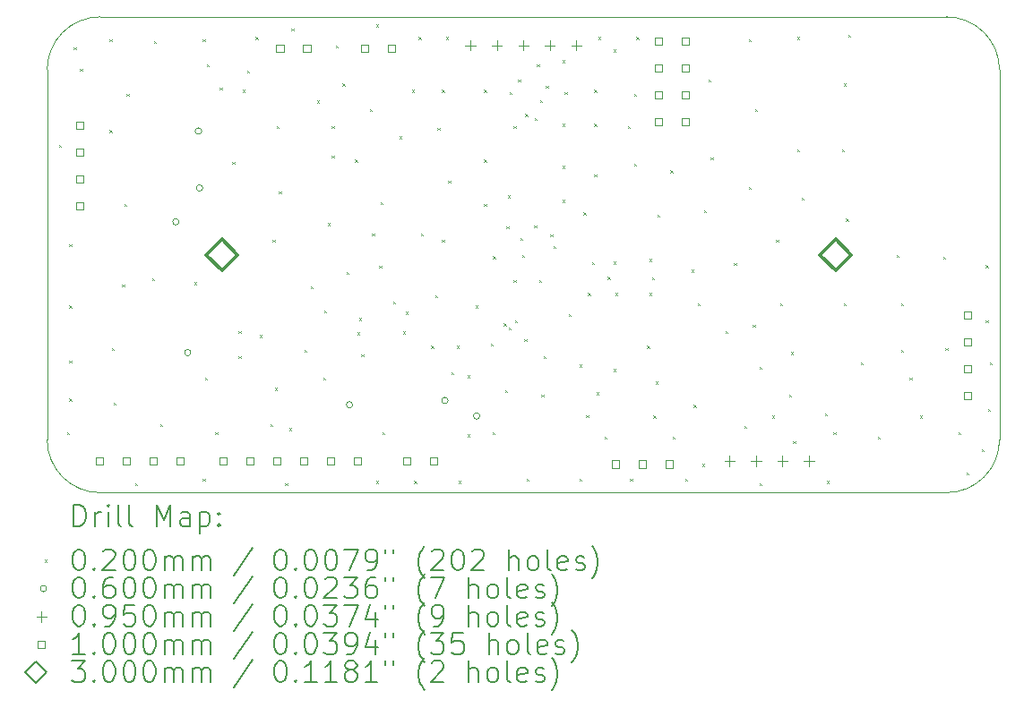
<source format=gbr>
%TF.GenerationSoftware,KiCad,Pcbnew,(6.0.11)*%
%TF.CreationDate,2023-08-09T22:56:22+02:00*%
%TF.ProjectId,Voiture_RC,566f6974-7572-4655-9f52-432e6b696361,rev?*%
%TF.SameCoordinates,Original*%
%TF.FileFunction,Drillmap*%
%TF.FilePolarity,Positive*%
%FSLAX45Y45*%
G04 Gerber Fmt 4.5, Leading zero omitted, Abs format (unit mm)*
G04 Created by KiCad (PCBNEW (6.0.11)) date 2023-08-09 22:56:22*
%MOMM*%
%LPD*%
G01*
G04 APERTURE LIST*
%ADD10C,0.100000*%
%ADD11C,0.200000*%
%ADD12C,0.020000*%
%ADD13C,0.060000*%
%ADD14C,0.095000*%
%ADD15C,0.300000*%
G04 APERTURE END LIST*
D10*
X13000000Y-11000000D02*
X13000000Y-14500000D01*
X21500000Y-10500000D02*
X13500000Y-10500000D01*
X13000000Y-14500000D02*
G75*
G03*
X13500000Y-15000000I500000J0D01*
G01*
X13500000Y-15000000D02*
X21500000Y-15000000D01*
X22000000Y-11000000D02*
G75*
G03*
X21500000Y-10500000I-500000J0D01*
G01*
X13500000Y-10500000D02*
G75*
G03*
X13000000Y-11000000I0J-500000D01*
G01*
X22000000Y-14500000D02*
X22000000Y-11000000D01*
X21500000Y-15000000D02*
G75*
G03*
X22000000Y-14500000I0J500000D01*
G01*
D11*
D12*
X13110000Y-11710000D02*
X13130000Y-11730000D01*
X13130000Y-11710000D02*
X13110000Y-11730000D01*
X13190000Y-14430000D02*
X13210000Y-14450000D01*
X13210000Y-14430000D02*
X13190000Y-14450000D01*
X13210000Y-12650000D02*
X13230000Y-12670000D01*
X13230000Y-12650000D02*
X13210000Y-12670000D01*
X13210000Y-13230000D02*
X13230000Y-13250000D01*
X13230000Y-13230000D02*
X13210000Y-13250000D01*
X13210000Y-13750000D02*
X13230000Y-13770000D01*
X13230000Y-13750000D02*
X13210000Y-13770000D01*
X13210000Y-14110000D02*
X13230000Y-14130000D01*
X13230000Y-14110000D02*
X13210000Y-14130000D01*
X13250000Y-10790000D02*
X13270000Y-10810000D01*
X13270000Y-10790000D02*
X13250000Y-10810000D01*
X13310000Y-10990000D02*
X13330000Y-11010000D01*
X13330000Y-10990000D02*
X13310000Y-11010000D01*
X13590000Y-10710000D02*
X13610000Y-10730000D01*
X13610000Y-10710000D02*
X13590000Y-10730000D01*
X13590000Y-11570000D02*
X13610000Y-11590000D01*
X13610000Y-11570000D02*
X13590000Y-11590000D01*
X13610000Y-13630000D02*
X13630000Y-13650000D01*
X13630000Y-13630000D02*
X13610000Y-13650000D01*
X13630000Y-14150000D02*
X13650000Y-14170000D01*
X13650000Y-14150000D02*
X13630000Y-14170000D01*
X13710000Y-13030000D02*
X13730000Y-13050000D01*
X13730000Y-13030000D02*
X13710000Y-13050000D01*
X13730000Y-12270000D02*
X13750000Y-12290000D01*
X13750000Y-12270000D02*
X13730000Y-12290000D01*
X13750000Y-11230000D02*
X13770000Y-11250000D01*
X13770000Y-11230000D02*
X13750000Y-11250000D01*
X13830000Y-14910000D02*
X13850000Y-14930000D01*
X13850000Y-14910000D02*
X13830000Y-14930000D01*
X13990000Y-12970000D02*
X14010000Y-12990000D01*
X14010000Y-12970000D02*
X13990000Y-12990000D01*
X14010000Y-10730000D02*
X14030000Y-10750000D01*
X14030000Y-10730000D02*
X14010000Y-10750000D01*
X14070000Y-14350000D02*
X14090000Y-14370000D01*
X14090000Y-14350000D02*
X14070000Y-14370000D01*
X14390000Y-13010000D02*
X14410000Y-13030000D01*
X14410000Y-13010000D02*
X14390000Y-13030000D01*
X14470000Y-10710000D02*
X14490000Y-10730000D01*
X14490000Y-10710000D02*
X14470000Y-10730000D01*
X14470000Y-14870000D02*
X14490000Y-14890000D01*
X14490000Y-14870000D02*
X14470000Y-14890000D01*
X14490000Y-13910000D02*
X14510000Y-13930000D01*
X14510000Y-13910000D02*
X14490000Y-13930000D01*
X14510000Y-10950000D02*
X14530000Y-10970000D01*
X14530000Y-10950000D02*
X14510000Y-10970000D01*
X14590000Y-14430000D02*
X14610000Y-14450000D01*
X14610000Y-14430000D02*
X14590000Y-14450000D01*
X14630000Y-11170000D02*
X14650000Y-11190000D01*
X14650000Y-11170000D02*
X14630000Y-11190000D01*
X14750000Y-11870000D02*
X14770000Y-11890000D01*
X14770000Y-11870000D02*
X14750000Y-11890000D01*
X14810000Y-13470000D02*
X14830000Y-13490000D01*
X14830000Y-13470000D02*
X14810000Y-13490000D01*
X14810000Y-13710000D02*
X14830000Y-13730000D01*
X14830000Y-13710000D02*
X14810000Y-13730000D01*
X14850000Y-11190000D02*
X14870000Y-11210000D01*
X14870000Y-11190000D02*
X14850000Y-11210000D01*
X14890000Y-11010000D02*
X14910000Y-11030000D01*
X14910000Y-11010000D02*
X14890000Y-11030000D01*
X14970000Y-10690000D02*
X14990000Y-10710000D01*
X14990000Y-10690000D02*
X14970000Y-10710000D01*
X15010000Y-13510000D02*
X15030000Y-13530000D01*
X15030000Y-13510000D02*
X15010000Y-13530000D01*
X15110000Y-14350000D02*
X15130000Y-14370000D01*
X15130000Y-14350000D02*
X15110000Y-14370000D01*
X15130000Y-12610000D02*
X15150000Y-12630000D01*
X15150000Y-12610000D02*
X15130000Y-12630000D01*
X15150000Y-14010000D02*
X15170000Y-14030000D01*
X15170000Y-14010000D02*
X15150000Y-14030000D01*
X15170000Y-11530000D02*
X15190000Y-11550000D01*
X15190000Y-11530000D02*
X15170000Y-11550000D01*
X15190000Y-12150000D02*
X15210000Y-12170000D01*
X15210000Y-12150000D02*
X15190000Y-12170000D01*
X15250000Y-14910000D02*
X15270000Y-14930000D01*
X15270000Y-14910000D02*
X15250000Y-14930000D01*
X15290000Y-14390000D02*
X15310000Y-14410000D01*
X15310000Y-14390000D02*
X15290000Y-14410000D01*
X15310000Y-10610000D02*
X15330000Y-10630000D01*
X15330000Y-10610000D02*
X15310000Y-10630000D01*
X15430000Y-13650000D02*
X15450000Y-13670000D01*
X15450000Y-13650000D02*
X15430000Y-13670000D01*
X15490000Y-13050000D02*
X15510000Y-13070000D01*
X15510000Y-13050000D02*
X15490000Y-13070000D01*
X15550000Y-11290000D02*
X15570000Y-11310000D01*
X15570000Y-11290000D02*
X15550000Y-11310000D01*
X15610000Y-13910000D02*
X15630000Y-13930000D01*
X15630000Y-13910000D02*
X15610000Y-13930000D01*
X15616080Y-13274200D02*
X15636080Y-13294200D01*
X15636080Y-13274200D02*
X15616080Y-13294200D01*
X15650000Y-12450000D02*
X15670000Y-12470000D01*
X15670000Y-12450000D02*
X15650000Y-12470000D01*
X15690000Y-11530000D02*
X15710000Y-11550000D01*
X15710000Y-11530000D02*
X15690000Y-11550000D01*
X15690000Y-11810000D02*
X15710000Y-11830000D01*
X15710000Y-11810000D02*
X15690000Y-11830000D01*
X15730000Y-10770000D02*
X15750000Y-10790000D01*
X15750000Y-10770000D02*
X15730000Y-10790000D01*
X15790000Y-11130000D02*
X15810000Y-11150000D01*
X15810000Y-11130000D02*
X15790000Y-11150000D01*
X15830000Y-12910000D02*
X15850000Y-12930000D01*
X15850000Y-12910000D02*
X15830000Y-12930000D01*
X15910000Y-11850000D02*
X15930000Y-11870000D01*
X15930000Y-11850000D02*
X15910000Y-11870000D01*
X15933580Y-13485020D02*
X15953580Y-13505020D01*
X15953580Y-13485020D02*
X15933580Y-13505020D01*
X15950000Y-13350000D02*
X15970000Y-13370000D01*
X15970000Y-13350000D02*
X15950000Y-13370000D01*
X15970000Y-13690000D02*
X15990000Y-13710000D01*
X15990000Y-13690000D02*
X15970000Y-13710000D01*
X16050000Y-11370000D02*
X16070000Y-11390000D01*
X16070000Y-11370000D02*
X16050000Y-11390000D01*
X16070000Y-12550000D02*
X16090000Y-12570000D01*
X16090000Y-12550000D02*
X16070000Y-12570000D01*
X16110000Y-10570000D02*
X16130000Y-10590000D01*
X16130000Y-10570000D02*
X16110000Y-10590000D01*
X16110000Y-14890000D02*
X16130000Y-14910000D01*
X16130000Y-14890000D02*
X16110000Y-14910000D01*
X16139320Y-12852560D02*
X16159320Y-12872560D01*
X16159320Y-12852560D02*
X16139320Y-12872560D01*
X16150000Y-12250000D02*
X16170000Y-12270000D01*
X16170000Y-12250000D02*
X16150000Y-12270000D01*
X16170000Y-14430000D02*
X16190000Y-14450000D01*
X16190000Y-14430000D02*
X16170000Y-14450000D01*
X16270000Y-13190000D02*
X16290000Y-13210000D01*
X16290000Y-13190000D02*
X16270000Y-13210000D01*
X16330000Y-11630000D02*
X16350000Y-11650000D01*
X16350000Y-11630000D02*
X16330000Y-11650000D01*
X16365380Y-13474860D02*
X16385380Y-13494860D01*
X16385380Y-13474860D02*
X16365380Y-13494860D01*
X16390000Y-13290000D02*
X16410000Y-13310000D01*
X16410000Y-13290000D02*
X16390000Y-13310000D01*
X16450000Y-11190000D02*
X16470000Y-11210000D01*
X16470000Y-11190000D02*
X16450000Y-11210000D01*
X16470000Y-14890000D02*
X16490000Y-14910000D01*
X16490000Y-14890000D02*
X16470000Y-14910000D01*
X16510000Y-10690000D02*
X16530000Y-10710000D01*
X16530000Y-10690000D02*
X16510000Y-10710000D01*
X16530000Y-12550000D02*
X16550000Y-12570000D01*
X16550000Y-12550000D02*
X16530000Y-12570000D01*
X16630000Y-13610000D02*
X16650000Y-13630000D01*
X16650000Y-13610000D02*
X16630000Y-13630000D01*
X16670000Y-13130000D02*
X16690000Y-13150000D01*
X16690000Y-13130000D02*
X16670000Y-13150000D01*
X16690000Y-11550000D02*
X16710000Y-11570000D01*
X16710000Y-11550000D02*
X16690000Y-11570000D01*
X16730000Y-11190000D02*
X16750000Y-11210000D01*
X16750000Y-11190000D02*
X16730000Y-11210000D01*
X16730000Y-12610000D02*
X16750000Y-12630000D01*
X16750000Y-12610000D02*
X16730000Y-12630000D01*
X16770000Y-10690000D02*
X16790000Y-10710000D01*
X16790000Y-10690000D02*
X16770000Y-10710000D01*
X16790000Y-12050000D02*
X16810000Y-12070000D01*
X16810000Y-12050000D02*
X16790000Y-12070000D01*
X16820040Y-13858400D02*
X16840040Y-13878400D01*
X16840040Y-13858400D02*
X16820040Y-13878400D01*
X16870000Y-13610000D02*
X16890000Y-13630000D01*
X16890000Y-13610000D02*
X16870000Y-13630000D01*
X16890000Y-14890000D02*
X16910000Y-14910000D01*
X16910000Y-14890000D02*
X16890000Y-14910000D01*
X16970000Y-13890000D02*
X16990000Y-13910000D01*
X16990000Y-13890000D02*
X16970000Y-13910000D01*
X16970000Y-14450000D02*
X16990000Y-14470000D01*
X16990000Y-14450000D02*
X16970000Y-14470000D01*
X17050000Y-13230000D02*
X17070000Y-13250000D01*
X17070000Y-13230000D02*
X17050000Y-13250000D01*
X17130000Y-11190000D02*
X17150000Y-11210000D01*
X17150000Y-11190000D02*
X17130000Y-11210000D01*
X17130000Y-11850000D02*
X17150000Y-11870000D01*
X17150000Y-11850000D02*
X17130000Y-11870000D01*
X17130000Y-12270000D02*
X17150000Y-12290000D01*
X17150000Y-12270000D02*
X17130000Y-12290000D01*
X17190000Y-13590000D02*
X17210000Y-13610000D01*
X17210000Y-13590000D02*
X17190000Y-13610000D01*
X17210000Y-14430000D02*
X17230000Y-14450000D01*
X17230000Y-14430000D02*
X17210000Y-14450000D01*
X17213740Y-12763660D02*
X17233740Y-12783660D01*
X17233740Y-12763660D02*
X17213740Y-12783660D01*
X17315000Y-13399000D02*
X17335000Y-13419000D01*
X17335000Y-13399000D02*
X17315000Y-13419000D01*
X17330000Y-14030000D02*
X17350000Y-14050000D01*
X17350000Y-14030000D02*
X17330000Y-14050000D01*
X17340740Y-12479180D02*
X17360740Y-12499180D01*
X17360740Y-12479180D02*
X17340740Y-12499180D01*
X17353440Y-12189620D02*
X17373440Y-12209620D01*
X17373440Y-12189620D02*
X17353440Y-12209620D01*
X17363600Y-13436760D02*
X17383600Y-13456760D01*
X17383600Y-13436760D02*
X17363600Y-13456760D01*
X17370000Y-11210000D02*
X17390000Y-11230000D01*
X17390000Y-11210000D02*
X17370000Y-11230000D01*
X17410000Y-11530000D02*
X17430000Y-11550000D01*
X17430000Y-11530000D02*
X17410000Y-11550000D01*
X17410000Y-12990000D02*
X17430000Y-13010000D01*
X17430000Y-12990000D02*
X17410000Y-13010000D01*
X17419480Y-13370720D02*
X17439480Y-13390720D01*
X17439480Y-13370720D02*
X17419480Y-13390720D01*
X17450000Y-11090000D02*
X17470000Y-11110000D01*
X17470000Y-11090000D02*
X17450000Y-11110000D01*
X17470000Y-12590000D02*
X17490000Y-12610000D01*
X17490000Y-12590000D02*
X17470000Y-12610000D01*
X17490000Y-12750000D02*
X17510000Y-12770000D01*
X17510000Y-12750000D02*
X17490000Y-12770000D01*
X17510000Y-13550000D02*
X17530000Y-13570000D01*
X17530000Y-13550000D02*
X17510000Y-13570000D01*
X17518540Y-11417460D02*
X17538540Y-11437460D01*
X17538540Y-11417460D02*
X17518540Y-11437460D01*
X17530000Y-14870000D02*
X17550000Y-14890000D01*
X17550000Y-14870000D02*
X17530000Y-14890000D01*
X17602360Y-12471560D02*
X17622360Y-12491560D01*
X17622360Y-12471560D02*
X17602360Y-12491560D01*
X17607440Y-11458100D02*
X17627440Y-11478100D01*
X17627440Y-11458100D02*
X17607440Y-11478100D01*
X17630000Y-10950000D02*
X17650000Y-10970000D01*
X17650000Y-10950000D02*
X17630000Y-10970000D01*
X17650000Y-12990000D02*
X17670000Y-13010000D01*
X17670000Y-12990000D02*
X17650000Y-13010000D01*
X17658240Y-11287920D02*
X17678240Y-11307920D01*
X17678240Y-11287920D02*
X17658240Y-11307920D01*
X17670000Y-14070000D02*
X17690000Y-14090000D01*
X17690000Y-14070000D02*
X17670000Y-14090000D01*
X17690000Y-13710000D02*
X17710000Y-13730000D01*
X17710000Y-13710000D02*
X17690000Y-13730000D01*
X17714120Y-11153300D02*
X17734120Y-11173300D01*
X17734120Y-11153300D02*
X17714120Y-11173300D01*
X17754437Y-12554369D02*
X17774437Y-12574369D01*
X17774437Y-12554369D02*
X17754437Y-12574369D01*
X17784840Y-12665000D02*
X17804840Y-12685000D01*
X17804840Y-12665000D02*
X17784840Y-12685000D01*
X17870000Y-10910000D02*
X17890000Y-10930000D01*
X17890000Y-10910000D02*
X17870000Y-10930000D01*
X17870000Y-11510000D02*
X17890000Y-11530000D01*
X17890000Y-11510000D02*
X17870000Y-11530000D01*
X17870000Y-11910000D02*
X17890000Y-11930000D01*
X17890000Y-11910000D02*
X17870000Y-11930000D01*
X17870000Y-12230000D02*
X17890000Y-12250000D01*
X17890000Y-12230000D02*
X17870000Y-12250000D01*
X17890000Y-11210000D02*
X17910000Y-11230000D01*
X17910000Y-11210000D02*
X17890000Y-11230000D01*
X17930000Y-13310000D02*
X17950000Y-13330000D01*
X17950000Y-13310000D02*
X17930000Y-13330000D01*
X18030000Y-13790000D02*
X18050000Y-13810000D01*
X18050000Y-13790000D02*
X18030000Y-13810000D01*
X18030000Y-14870000D02*
X18050000Y-14890000D01*
X18050000Y-14870000D02*
X18030000Y-14890000D01*
X18070000Y-12350000D02*
X18090000Y-12370000D01*
X18090000Y-12350000D02*
X18070000Y-12370000D01*
X18095200Y-14264800D02*
X18115200Y-14284800D01*
X18115200Y-14264800D02*
X18095200Y-14284800D01*
X18110000Y-13110000D02*
X18130000Y-13130000D01*
X18130000Y-13110000D02*
X18110000Y-13130000D01*
X18151000Y-12817000D02*
X18171000Y-12837000D01*
X18171000Y-12817000D02*
X18151000Y-12837000D01*
X18170000Y-11190000D02*
X18190000Y-11210000D01*
X18190000Y-11190000D02*
X18170000Y-11210000D01*
X18170000Y-11510000D02*
X18190000Y-11530000D01*
X18190000Y-11510000D02*
X18170000Y-11530000D01*
X18170000Y-11990000D02*
X18190000Y-12010000D01*
X18190000Y-11990000D02*
X18170000Y-12010000D01*
X18190000Y-14050000D02*
X18210000Y-14070000D01*
X18210000Y-14050000D02*
X18190000Y-14070000D01*
X18210000Y-10690000D02*
X18230000Y-10710000D01*
X18230000Y-10690000D02*
X18210000Y-10710000D01*
X18270000Y-14470000D02*
X18290000Y-14490000D01*
X18290000Y-14470000D02*
X18270000Y-14490000D01*
X18298320Y-12959240D02*
X18318320Y-12979240D01*
X18318320Y-12959240D02*
X18298320Y-12979240D01*
X18350000Y-10810000D02*
X18370000Y-10830000D01*
X18370000Y-10810000D02*
X18350000Y-10830000D01*
X18350000Y-13830000D02*
X18370000Y-13850000D01*
X18370000Y-13830000D02*
X18350000Y-13850000D01*
X18355230Y-12815970D02*
X18375230Y-12835970D01*
X18375230Y-12815970D02*
X18355230Y-12835970D01*
X18370000Y-13110000D02*
X18390000Y-13130000D01*
X18390000Y-13110000D02*
X18370000Y-13130000D01*
X18490000Y-11530000D02*
X18510000Y-11550000D01*
X18510000Y-11530000D02*
X18490000Y-11550000D01*
X18510000Y-14870000D02*
X18530000Y-14890000D01*
X18530000Y-14870000D02*
X18510000Y-14890000D01*
X18550000Y-11230000D02*
X18570000Y-11250000D01*
X18570000Y-11230000D02*
X18550000Y-11250000D01*
X18550000Y-11890000D02*
X18570000Y-11910000D01*
X18570000Y-11890000D02*
X18550000Y-11910000D01*
X18570000Y-10690000D02*
X18590000Y-10710000D01*
X18590000Y-10690000D02*
X18570000Y-10710000D01*
X18670000Y-13610000D02*
X18690000Y-13630000D01*
X18690000Y-13610000D02*
X18670000Y-13630000D01*
X18690000Y-12790000D02*
X18710000Y-12810000D01*
X18710000Y-12790000D02*
X18690000Y-12810000D01*
X18690000Y-13110000D02*
X18710000Y-13130000D01*
X18710000Y-13110000D02*
X18690000Y-13130000D01*
X18717420Y-12961780D02*
X18737420Y-12981780D01*
X18737420Y-12961780D02*
X18717420Y-12981780D01*
X18730000Y-14270000D02*
X18750000Y-14290000D01*
X18750000Y-14270000D02*
X18730000Y-14290000D01*
X18750000Y-13950000D02*
X18770000Y-13970000D01*
X18770000Y-13950000D02*
X18750000Y-13970000D01*
X18770000Y-12370000D02*
X18790000Y-12390000D01*
X18790000Y-12370000D02*
X18770000Y-12390000D01*
X18890000Y-11950000D02*
X18910000Y-11970000D01*
X18910000Y-11950000D02*
X18890000Y-11970000D01*
X18910000Y-14470000D02*
X18930000Y-14490000D01*
X18930000Y-14470000D02*
X18910000Y-14490000D01*
X19030000Y-14870000D02*
X19050000Y-14890000D01*
X19050000Y-14870000D02*
X19030000Y-14890000D01*
X19090000Y-12890000D02*
X19110000Y-12910000D01*
X19110000Y-12890000D02*
X19090000Y-12910000D01*
X19110000Y-14170000D02*
X19130000Y-14190000D01*
X19130000Y-14170000D02*
X19110000Y-14190000D01*
X19150000Y-13210000D02*
X19170000Y-13230000D01*
X19170000Y-13210000D02*
X19150000Y-13230000D01*
X19190000Y-14730000D02*
X19210000Y-14750000D01*
X19210000Y-14730000D02*
X19190000Y-14750000D01*
X19210000Y-12330000D02*
X19230000Y-12350000D01*
X19230000Y-12330000D02*
X19210000Y-12350000D01*
X19250000Y-11090000D02*
X19270000Y-11110000D01*
X19270000Y-11090000D02*
X19250000Y-11110000D01*
X19270000Y-11830000D02*
X19290000Y-11850000D01*
X19290000Y-11830000D02*
X19270000Y-11850000D01*
X19410000Y-13470000D02*
X19430000Y-13490000D01*
X19430000Y-13470000D02*
X19410000Y-13490000D01*
X19490000Y-12830000D02*
X19510000Y-12850000D01*
X19510000Y-12830000D02*
X19490000Y-12850000D01*
X19590000Y-14370000D02*
X19610000Y-14390000D01*
X19610000Y-14370000D02*
X19590000Y-14390000D01*
X19630000Y-10710000D02*
X19650000Y-10730000D01*
X19650000Y-10710000D02*
X19630000Y-10730000D01*
X19630000Y-12110000D02*
X19650000Y-12130000D01*
X19650000Y-12110000D02*
X19630000Y-12130000D01*
X19670000Y-13410000D02*
X19690000Y-13430000D01*
X19690000Y-13410000D02*
X19670000Y-13430000D01*
X19690000Y-11370000D02*
X19710000Y-11390000D01*
X19710000Y-11370000D02*
X19690000Y-11390000D01*
X19730000Y-13810000D02*
X19750000Y-13830000D01*
X19750000Y-13810000D02*
X19730000Y-13830000D01*
X19730000Y-14910000D02*
X19750000Y-14930000D01*
X19750000Y-14910000D02*
X19730000Y-14930000D01*
X19850000Y-14270000D02*
X19870000Y-14290000D01*
X19870000Y-14270000D02*
X19850000Y-14290000D01*
X19890000Y-12610000D02*
X19910000Y-12630000D01*
X19910000Y-12610000D02*
X19890000Y-12630000D01*
X19930000Y-13210000D02*
X19950000Y-13230000D01*
X19950000Y-13210000D02*
X19930000Y-13230000D01*
X20010000Y-14070000D02*
X20030000Y-14090000D01*
X20030000Y-14070000D02*
X20010000Y-14090000D01*
X20030000Y-13670000D02*
X20050000Y-13690000D01*
X20050000Y-13670000D02*
X20030000Y-13690000D01*
X20050000Y-14510000D02*
X20070000Y-14530000D01*
X20070000Y-14510000D02*
X20050000Y-14530000D01*
X20090000Y-10690000D02*
X20110000Y-10710000D01*
X20110000Y-10690000D02*
X20090000Y-10710000D01*
X20090000Y-11750000D02*
X20110000Y-11770000D01*
X20110000Y-11750000D02*
X20090000Y-11770000D01*
X20130000Y-12210000D02*
X20150000Y-12230000D01*
X20150000Y-12210000D02*
X20130000Y-12230000D01*
X20350000Y-14250000D02*
X20370000Y-14270000D01*
X20370000Y-14250000D02*
X20350000Y-14270000D01*
X20370000Y-14890000D02*
X20390000Y-14910000D01*
X20390000Y-14890000D02*
X20370000Y-14910000D01*
X20430000Y-14430000D02*
X20450000Y-14450000D01*
X20450000Y-14430000D02*
X20430000Y-14450000D01*
X20510000Y-11750000D02*
X20530000Y-11770000D01*
X20530000Y-11750000D02*
X20510000Y-11770000D01*
X20530000Y-11130000D02*
X20550000Y-11150000D01*
X20550000Y-11130000D02*
X20530000Y-11150000D01*
X20530000Y-13210000D02*
X20550000Y-13230000D01*
X20550000Y-13210000D02*
X20530000Y-13230000D01*
X20550000Y-12410000D02*
X20570000Y-12430000D01*
X20570000Y-12410000D02*
X20550000Y-12430000D01*
X20570000Y-10670000D02*
X20590000Y-10690000D01*
X20590000Y-10670000D02*
X20570000Y-10690000D01*
X20690000Y-13770000D02*
X20710000Y-13790000D01*
X20710000Y-13770000D02*
X20690000Y-13790000D01*
X20850000Y-14470000D02*
X20870000Y-14490000D01*
X20870000Y-14470000D02*
X20850000Y-14490000D01*
X21030000Y-12750000D02*
X21050000Y-12770000D01*
X21050000Y-12750000D02*
X21030000Y-12770000D01*
X21070000Y-13210000D02*
X21090000Y-13230000D01*
X21090000Y-13210000D02*
X21070000Y-13230000D01*
X21070000Y-13650000D02*
X21090000Y-13670000D01*
X21090000Y-13650000D02*
X21070000Y-13670000D01*
X21150000Y-13910000D02*
X21170000Y-13930000D01*
X21170000Y-13910000D02*
X21150000Y-13930000D01*
X21250000Y-14270000D02*
X21270000Y-14290000D01*
X21270000Y-14270000D02*
X21250000Y-14290000D01*
X21470000Y-12770000D02*
X21490000Y-12790000D01*
X21490000Y-12770000D02*
X21470000Y-12790000D01*
X21490000Y-13630000D02*
X21510000Y-13650000D01*
X21510000Y-13630000D02*
X21490000Y-13650000D01*
X21610000Y-14430000D02*
X21630000Y-14450000D01*
X21630000Y-14430000D02*
X21610000Y-14450000D01*
X21690000Y-14810000D02*
X21710000Y-14830000D01*
X21710000Y-14810000D02*
X21690000Y-14830000D01*
X21830000Y-14590000D02*
X21850000Y-14610000D01*
X21850000Y-14590000D02*
X21830000Y-14610000D01*
X21870000Y-12850000D02*
X21890000Y-12870000D01*
X21890000Y-12850000D02*
X21870000Y-12870000D01*
X21870000Y-13370000D02*
X21890000Y-13390000D01*
X21890000Y-13370000D02*
X21870000Y-13390000D01*
X21890000Y-14210000D02*
X21910000Y-14230000D01*
X21910000Y-14210000D02*
X21890000Y-14230000D01*
X21910000Y-13770000D02*
X21930000Y-13790000D01*
X21930000Y-13770000D02*
X21910000Y-13790000D01*
D13*
X14246380Y-12438380D02*
G75*
G03*
X14246380Y-12438380I-30000J0D01*
G01*
X14358140Y-13675360D02*
G75*
G03*
X14358140Y-13675360I-30000J0D01*
G01*
X14459740Y-11579860D02*
G75*
G03*
X14459740Y-11579860I-30000J0D01*
G01*
X14469900Y-12118340D02*
G75*
G03*
X14469900Y-12118340I-30000J0D01*
G01*
X15887220Y-14168120D02*
G75*
G03*
X15887220Y-14168120I-30000J0D01*
G01*
X16788920Y-14127480D02*
G75*
G03*
X16788920Y-14127480I-30000J0D01*
G01*
X17088640Y-14274800D02*
G75*
G03*
X17088640Y-14274800I-30000J0D01*
G01*
D14*
X17000000Y-10722500D02*
X17000000Y-10817500D01*
X16952500Y-10770000D02*
X17047500Y-10770000D01*
X17250000Y-10722500D02*
X17250000Y-10817500D01*
X17202500Y-10770000D02*
X17297500Y-10770000D01*
X17500000Y-10722500D02*
X17500000Y-10817500D01*
X17452500Y-10770000D02*
X17547500Y-10770000D01*
X17750000Y-10722500D02*
X17750000Y-10817500D01*
X17702500Y-10770000D02*
X17797500Y-10770000D01*
X18000000Y-10722500D02*
X18000000Y-10817500D01*
X17952500Y-10770000D02*
X18047500Y-10770000D01*
X19450000Y-14652500D02*
X19450000Y-14747500D01*
X19402500Y-14700000D02*
X19497500Y-14700000D01*
X19700000Y-14652500D02*
X19700000Y-14747500D01*
X19652500Y-14700000D02*
X19747500Y-14700000D01*
X19950000Y-14652500D02*
X19950000Y-14747500D01*
X19902500Y-14700000D02*
X19997500Y-14700000D01*
X20200000Y-14652500D02*
X20200000Y-14747500D01*
X20152500Y-14700000D02*
X20247500Y-14700000D01*
D10*
X13343366Y-11560276D02*
X13343366Y-11489564D01*
X13272654Y-11489564D01*
X13272654Y-11560276D01*
X13343366Y-11560276D01*
X13343366Y-11814276D02*
X13343366Y-11743564D01*
X13272654Y-11743564D01*
X13272654Y-11814276D01*
X13343366Y-11814276D01*
X13343366Y-12068276D02*
X13343366Y-11997564D01*
X13272654Y-11997564D01*
X13272654Y-12068276D01*
X13343366Y-12068276D01*
X13343366Y-12322276D02*
X13343366Y-12251564D01*
X13272654Y-12251564D01*
X13272654Y-12322276D01*
X13343366Y-12322276D01*
X13527356Y-14735356D02*
X13527356Y-14664644D01*
X13456644Y-14664644D01*
X13456644Y-14735356D01*
X13527356Y-14735356D01*
X13781356Y-14735356D02*
X13781356Y-14664644D01*
X13710644Y-14664644D01*
X13710644Y-14735356D01*
X13781356Y-14735356D01*
X14035356Y-14735356D02*
X14035356Y-14664644D01*
X13964644Y-14664644D01*
X13964644Y-14735356D01*
X14035356Y-14735356D01*
X14289356Y-14735356D02*
X14289356Y-14664644D01*
X14218644Y-14664644D01*
X14218644Y-14735356D01*
X14289356Y-14735356D01*
X14700356Y-14735356D02*
X14700356Y-14664644D01*
X14629644Y-14664644D01*
X14629644Y-14735356D01*
X14700356Y-14735356D01*
X14954356Y-14735356D02*
X14954356Y-14664644D01*
X14883644Y-14664644D01*
X14883644Y-14735356D01*
X14954356Y-14735356D01*
X15208356Y-14735356D02*
X15208356Y-14664644D01*
X15137644Y-14664644D01*
X15137644Y-14735356D01*
X15208356Y-14735356D01*
X15235356Y-10835356D02*
X15235356Y-10764644D01*
X15164644Y-10764644D01*
X15164644Y-10835356D01*
X15235356Y-10835356D01*
X15462356Y-14735356D02*
X15462356Y-14664644D01*
X15391644Y-14664644D01*
X15391644Y-14735356D01*
X15462356Y-14735356D01*
X15489356Y-10835356D02*
X15489356Y-10764644D01*
X15418644Y-10764644D01*
X15418644Y-10835356D01*
X15489356Y-10835356D01*
X15716356Y-14735356D02*
X15716356Y-14664644D01*
X15645644Y-14664644D01*
X15645644Y-14735356D01*
X15716356Y-14735356D01*
X15970356Y-14735356D02*
X15970356Y-14664644D01*
X15899644Y-14664644D01*
X15899644Y-14735356D01*
X15970356Y-14735356D01*
X16035356Y-10835356D02*
X16035356Y-10764644D01*
X15964644Y-10764644D01*
X15964644Y-10835356D01*
X16035356Y-10835356D01*
X16289356Y-10835356D02*
X16289356Y-10764644D01*
X16218644Y-10764644D01*
X16218644Y-10835356D01*
X16289356Y-10835356D01*
X16435356Y-14735356D02*
X16435356Y-14664644D01*
X16364644Y-14664644D01*
X16364644Y-14735356D01*
X16435356Y-14735356D01*
X16689356Y-14735356D02*
X16689356Y-14664644D01*
X16618644Y-14664644D01*
X16618644Y-14735356D01*
X16689356Y-14735356D01*
X18406356Y-14765356D02*
X18406356Y-14694644D01*
X18335644Y-14694644D01*
X18335644Y-14765356D01*
X18406356Y-14765356D01*
X18660356Y-14765356D02*
X18660356Y-14694644D01*
X18589644Y-14694644D01*
X18589644Y-14765356D01*
X18660356Y-14765356D01*
X18812356Y-10763856D02*
X18812356Y-10693144D01*
X18741644Y-10693144D01*
X18741644Y-10763856D01*
X18812356Y-10763856D01*
X18812356Y-11017856D02*
X18812356Y-10947144D01*
X18741644Y-10947144D01*
X18741644Y-11017856D01*
X18812356Y-11017856D01*
X18812356Y-11271856D02*
X18812356Y-11201144D01*
X18741644Y-11201144D01*
X18741644Y-11271856D01*
X18812356Y-11271856D01*
X18812356Y-11525856D02*
X18812356Y-11455144D01*
X18741644Y-11455144D01*
X18741644Y-11525856D01*
X18812356Y-11525856D01*
X18914356Y-14765356D02*
X18914356Y-14694644D01*
X18843644Y-14694644D01*
X18843644Y-14765356D01*
X18914356Y-14765356D01*
X19066356Y-10763856D02*
X19066356Y-10693144D01*
X18995644Y-10693144D01*
X18995644Y-10763856D01*
X19066356Y-10763856D01*
X19066356Y-11017856D02*
X19066356Y-10947144D01*
X18995644Y-10947144D01*
X18995644Y-11017856D01*
X19066356Y-11017856D01*
X19066356Y-11271856D02*
X19066356Y-11201144D01*
X18995644Y-11201144D01*
X18995644Y-11271856D01*
X19066356Y-11271856D01*
X19066356Y-11525856D02*
X19066356Y-11455144D01*
X18995644Y-11455144D01*
X18995644Y-11525856D01*
X19066356Y-11525856D01*
X21735356Y-13353356D02*
X21735356Y-13282644D01*
X21664644Y-13282644D01*
X21664644Y-13353356D01*
X21735356Y-13353356D01*
X21735356Y-13607356D02*
X21735356Y-13536644D01*
X21664644Y-13536644D01*
X21664644Y-13607356D01*
X21735356Y-13607356D01*
X21735356Y-13861356D02*
X21735356Y-13790644D01*
X21664644Y-13790644D01*
X21664644Y-13861356D01*
X21735356Y-13861356D01*
X21735356Y-14115356D02*
X21735356Y-14044644D01*
X21664644Y-14044644D01*
X21664644Y-14115356D01*
X21735356Y-14115356D01*
D15*
X14650000Y-12900000D02*
X14800000Y-12750000D01*
X14650000Y-12600000D01*
X14500000Y-12750000D01*
X14650000Y-12900000D01*
X20450000Y-12900000D02*
X20600000Y-12750000D01*
X20450000Y-12600000D01*
X20300000Y-12750000D01*
X20450000Y-12900000D01*
D11*
X13252619Y-15315476D02*
X13252619Y-15115476D01*
X13300238Y-15115476D01*
X13328809Y-15125000D01*
X13347857Y-15144048D01*
X13357381Y-15163095D01*
X13366905Y-15201190D01*
X13366905Y-15229762D01*
X13357381Y-15267857D01*
X13347857Y-15286905D01*
X13328809Y-15305952D01*
X13300238Y-15315476D01*
X13252619Y-15315476D01*
X13452619Y-15315476D02*
X13452619Y-15182143D01*
X13452619Y-15220238D02*
X13462143Y-15201190D01*
X13471667Y-15191667D01*
X13490714Y-15182143D01*
X13509762Y-15182143D01*
X13576428Y-15315476D02*
X13576428Y-15182143D01*
X13576428Y-15115476D02*
X13566905Y-15125000D01*
X13576428Y-15134524D01*
X13585952Y-15125000D01*
X13576428Y-15115476D01*
X13576428Y-15134524D01*
X13700238Y-15315476D02*
X13681190Y-15305952D01*
X13671667Y-15286905D01*
X13671667Y-15115476D01*
X13805000Y-15315476D02*
X13785952Y-15305952D01*
X13776428Y-15286905D01*
X13776428Y-15115476D01*
X14033571Y-15315476D02*
X14033571Y-15115476D01*
X14100238Y-15258333D01*
X14166905Y-15115476D01*
X14166905Y-15315476D01*
X14347857Y-15315476D02*
X14347857Y-15210714D01*
X14338333Y-15191667D01*
X14319286Y-15182143D01*
X14281190Y-15182143D01*
X14262143Y-15191667D01*
X14347857Y-15305952D02*
X14328809Y-15315476D01*
X14281190Y-15315476D01*
X14262143Y-15305952D01*
X14252619Y-15286905D01*
X14252619Y-15267857D01*
X14262143Y-15248809D01*
X14281190Y-15239286D01*
X14328809Y-15239286D01*
X14347857Y-15229762D01*
X14443095Y-15182143D02*
X14443095Y-15382143D01*
X14443095Y-15191667D02*
X14462143Y-15182143D01*
X14500238Y-15182143D01*
X14519286Y-15191667D01*
X14528809Y-15201190D01*
X14538333Y-15220238D01*
X14538333Y-15277381D01*
X14528809Y-15296428D01*
X14519286Y-15305952D01*
X14500238Y-15315476D01*
X14462143Y-15315476D01*
X14443095Y-15305952D01*
X14624048Y-15296428D02*
X14633571Y-15305952D01*
X14624048Y-15315476D01*
X14614524Y-15305952D01*
X14624048Y-15296428D01*
X14624048Y-15315476D01*
X14624048Y-15191667D02*
X14633571Y-15201190D01*
X14624048Y-15210714D01*
X14614524Y-15201190D01*
X14624048Y-15191667D01*
X14624048Y-15210714D01*
D12*
X12975000Y-15635000D02*
X12995000Y-15655000D01*
X12995000Y-15635000D02*
X12975000Y-15655000D01*
D11*
X13290714Y-15535476D02*
X13309762Y-15535476D01*
X13328809Y-15545000D01*
X13338333Y-15554524D01*
X13347857Y-15573571D01*
X13357381Y-15611667D01*
X13357381Y-15659286D01*
X13347857Y-15697381D01*
X13338333Y-15716428D01*
X13328809Y-15725952D01*
X13309762Y-15735476D01*
X13290714Y-15735476D01*
X13271667Y-15725952D01*
X13262143Y-15716428D01*
X13252619Y-15697381D01*
X13243095Y-15659286D01*
X13243095Y-15611667D01*
X13252619Y-15573571D01*
X13262143Y-15554524D01*
X13271667Y-15545000D01*
X13290714Y-15535476D01*
X13443095Y-15716428D02*
X13452619Y-15725952D01*
X13443095Y-15735476D01*
X13433571Y-15725952D01*
X13443095Y-15716428D01*
X13443095Y-15735476D01*
X13528809Y-15554524D02*
X13538333Y-15545000D01*
X13557381Y-15535476D01*
X13605000Y-15535476D01*
X13624048Y-15545000D01*
X13633571Y-15554524D01*
X13643095Y-15573571D01*
X13643095Y-15592619D01*
X13633571Y-15621190D01*
X13519286Y-15735476D01*
X13643095Y-15735476D01*
X13766905Y-15535476D02*
X13785952Y-15535476D01*
X13805000Y-15545000D01*
X13814524Y-15554524D01*
X13824048Y-15573571D01*
X13833571Y-15611667D01*
X13833571Y-15659286D01*
X13824048Y-15697381D01*
X13814524Y-15716428D01*
X13805000Y-15725952D01*
X13785952Y-15735476D01*
X13766905Y-15735476D01*
X13747857Y-15725952D01*
X13738333Y-15716428D01*
X13728809Y-15697381D01*
X13719286Y-15659286D01*
X13719286Y-15611667D01*
X13728809Y-15573571D01*
X13738333Y-15554524D01*
X13747857Y-15545000D01*
X13766905Y-15535476D01*
X13957381Y-15535476D02*
X13976428Y-15535476D01*
X13995476Y-15545000D01*
X14005000Y-15554524D01*
X14014524Y-15573571D01*
X14024048Y-15611667D01*
X14024048Y-15659286D01*
X14014524Y-15697381D01*
X14005000Y-15716428D01*
X13995476Y-15725952D01*
X13976428Y-15735476D01*
X13957381Y-15735476D01*
X13938333Y-15725952D01*
X13928809Y-15716428D01*
X13919286Y-15697381D01*
X13909762Y-15659286D01*
X13909762Y-15611667D01*
X13919286Y-15573571D01*
X13928809Y-15554524D01*
X13938333Y-15545000D01*
X13957381Y-15535476D01*
X14109762Y-15735476D02*
X14109762Y-15602143D01*
X14109762Y-15621190D02*
X14119286Y-15611667D01*
X14138333Y-15602143D01*
X14166905Y-15602143D01*
X14185952Y-15611667D01*
X14195476Y-15630714D01*
X14195476Y-15735476D01*
X14195476Y-15630714D02*
X14205000Y-15611667D01*
X14224048Y-15602143D01*
X14252619Y-15602143D01*
X14271667Y-15611667D01*
X14281190Y-15630714D01*
X14281190Y-15735476D01*
X14376428Y-15735476D02*
X14376428Y-15602143D01*
X14376428Y-15621190D02*
X14385952Y-15611667D01*
X14405000Y-15602143D01*
X14433571Y-15602143D01*
X14452619Y-15611667D01*
X14462143Y-15630714D01*
X14462143Y-15735476D01*
X14462143Y-15630714D02*
X14471667Y-15611667D01*
X14490714Y-15602143D01*
X14519286Y-15602143D01*
X14538333Y-15611667D01*
X14547857Y-15630714D01*
X14547857Y-15735476D01*
X14938333Y-15525952D02*
X14766905Y-15783095D01*
X15195476Y-15535476D02*
X15214524Y-15535476D01*
X15233571Y-15545000D01*
X15243095Y-15554524D01*
X15252619Y-15573571D01*
X15262143Y-15611667D01*
X15262143Y-15659286D01*
X15252619Y-15697381D01*
X15243095Y-15716428D01*
X15233571Y-15725952D01*
X15214524Y-15735476D01*
X15195476Y-15735476D01*
X15176428Y-15725952D01*
X15166905Y-15716428D01*
X15157381Y-15697381D01*
X15147857Y-15659286D01*
X15147857Y-15611667D01*
X15157381Y-15573571D01*
X15166905Y-15554524D01*
X15176428Y-15545000D01*
X15195476Y-15535476D01*
X15347857Y-15716428D02*
X15357381Y-15725952D01*
X15347857Y-15735476D01*
X15338333Y-15725952D01*
X15347857Y-15716428D01*
X15347857Y-15735476D01*
X15481190Y-15535476D02*
X15500238Y-15535476D01*
X15519286Y-15545000D01*
X15528809Y-15554524D01*
X15538333Y-15573571D01*
X15547857Y-15611667D01*
X15547857Y-15659286D01*
X15538333Y-15697381D01*
X15528809Y-15716428D01*
X15519286Y-15725952D01*
X15500238Y-15735476D01*
X15481190Y-15735476D01*
X15462143Y-15725952D01*
X15452619Y-15716428D01*
X15443095Y-15697381D01*
X15433571Y-15659286D01*
X15433571Y-15611667D01*
X15443095Y-15573571D01*
X15452619Y-15554524D01*
X15462143Y-15545000D01*
X15481190Y-15535476D01*
X15671667Y-15535476D02*
X15690714Y-15535476D01*
X15709762Y-15545000D01*
X15719286Y-15554524D01*
X15728809Y-15573571D01*
X15738333Y-15611667D01*
X15738333Y-15659286D01*
X15728809Y-15697381D01*
X15719286Y-15716428D01*
X15709762Y-15725952D01*
X15690714Y-15735476D01*
X15671667Y-15735476D01*
X15652619Y-15725952D01*
X15643095Y-15716428D01*
X15633571Y-15697381D01*
X15624048Y-15659286D01*
X15624048Y-15611667D01*
X15633571Y-15573571D01*
X15643095Y-15554524D01*
X15652619Y-15545000D01*
X15671667Y-15535476D01*
X15805000Y-15535476D02*
X15938333Y-15535476D01*
X15852619Y-15735476D01*
X16024048Y-15735476D02*
X16062143Y-15735476D01*
X16081190Y-15725952D01*
X16090714Y-15716428D01*
X16109762Y-15687857D01*
X16119286Y-15649762D01*
X16119286Y-15573571D01*
X16109762Y-15554524D01*
X16100238Y-15545000D01*
X16081190Y-15535476D01*
X16043095Y-15535476D01*
X16024048Y-15545000D01*
X16014524Y-15554524D01*
X16005000Y-15573571D01*
X16005000Y-15621190D01*
X16014524Y-15640238D01*
X16024048Y-15649762D01*
X16043095Y-15659286D01*
X16081190Y-15659286D01*
X16100238Y-15649762D01*
X16109762Y-15640238D01*
X16119286Y-15621190D01*
X16195476Y-15535476D02*
X16195476Y-15573571D01*
X16271667Y-15535476D02*
X16271667Y-15573571D01*
X16566905Y-15811667D02*
X16557381Y-15802143D01*
X16538333Y-15773571D01*
X16528809Y-15754524D01*
X16519286Y-15725952D01*
X16509762Y-15678333D01*
X16509762Y-15640238D01*
X16519286Y-15592619D01*
X16528809Y-15564048D01*
X16538333Y-15545000D01*
X16557381Y-15516428D01*
X16566905Y-15506905D01*
X16633571Y-15554524D02*
X16643095Y-15545000D01*
X16662143Y-15535476D01*
X16709762Y-15535476D01*
X16728809Y-15545000D01*
X16738333Y-15554524D01*
X16747857Y-15573571D01*
X16747857Y-15592619D01*
X16738333Y-15621190D01*
X16624048Y-15735476D01*
X16747857Y-15735476D01*
X16871667Y-15535476D02*
X16890714Y-15535476D01*
X16909762Y-15545000D01*
X16919286Y-15554524D01*
X16928810Y-15573571D01*
X16938333Y-15611667D01*
X16938333Y-15659286D01*
X16928810Y-15697381D01*
X16919286Y-15716428D01*
X16909762Y-15725952D01*
X16890714Y-15735476D01*
X16871667Y-15735476D01*
X16852619Y-15725952D01*
X16843095Y-15716428D01*
X16833571Y-15697381D01*
X16824048Y-15659286D01*
X16824048Y-15611667D01*
X16833571Y-15573571D01*
X16843095Y-15554524D01*
X16852619Y-15545000D01*
X16871667Y-15535476D01*
X17014524Y-15554524D02*
X17024048Y-15545000D01*
X17043095Y-15535476D01*
X17090714Y-15535476D01*
X17109762Y-15545000D01*
X17119286Y-15554524D01*
X17128810Y-15573571D01*
X17128810Y-15592619D01*
X17119286Y-15621190D01*
X17005000Y-15735476D01*
X17128810Y-15735476D01*
X17366905Y-15735476D02*
X17366905Y-15535476D01*
X17452619Y-15735476D02*
X17452619Y-15630714D01*
X17443095Y-15611667D01*
X17424048Y-15602143D01*
X17395476Y-15602143D01*
X17376429Y-15611667D01*
X17366905Y-15621190D01*
X17576429Y-15735476D02*
X17557381Y-15725952D01*
X17547857Y-15716428D01*
X17538333Y-15697381D01*
X17538333Y-15640238D01*
X17547857Y-15621190D01*
X17557381Y-15611667D01*
X17576429Y-15602143D01*
X17605000Y-15602143D01*
X17624048Y-15611667D01*
X17633571Y-15621190D01*
X17643095Y-15640238D01*
X17643095Y-15697381D01*
X17633571Y-15716428D01*
X17624048Y-15725952D01*
X17605000Y-15735476D01*
X17576429Y-15735476D01*
X17757381Y-15735476D02*
X17738333Y-15725952D01*
X17728810Y-15706905D01*
X17728810Y-15535476D01*
X17909762Y-15725952D02*
X17890714Y-15735476D01*
X17852619Y-15735476D01*
X17833571Y-15725952D01*
X17824048Y-15706905D01*
X17824048Y-15630714D01*
X17833571Y-15611667D01*
X17852619Y-15602143D01*
X17890714Y-15602143D01*
X17909762Y-15611667D01*
X17919286Y-15630714D01*
X17919286Y-15649762D01*
X17824048Y-15668809D01*
X17995476Y-15725952D02*
X18014524Y-15735476D01*
X18052619Y-15735476D01*
X18071667Y-15725952D01*
X18081190Y-15706905D01*
X18081190Y-15697381D01*
X18071667Y-15678333D01*
X18052619Y-15668809D01*
X18024048Y-15668809D01*
X18005000Y-15659286D01*
X17995476Y-15640238D01*
X17995476Y-15630714D01*
X18005000Y-15611667D01*
X18024048Y-15602143D01*
X18052619Y-15602143D01*
X18071667Y-15611667D01*
X18147857Y-15811667D02*
X18157381Y-15802143D01*
X18176429Y-15773571D01*
X18185952Y-15754524D01*
X18195476Y-15725952D01*
X18205000Y-15678333D01*
X18205000Y-15640238D01*
X18195476Y-15592619D01*
X18185952Y-15564048D01*
X18176429Y-15545000D01*
X18157381Y-15516428D01*
X18147857Y-15506905D01*
D13*
X12995000Y-15909000D02*
G75*
G03*
X12995000Y-15909000I-30000J0D01*
G01*
D11*
X13290714Y-15799476D02*
X13309762Y-15799476D01*
X13328809Y-15809000D01*
X13338333Y-15818524D01*
X13347857Y-15837571D01*
X13357381Y-15875667D01*
X13357381Y-15923286D01*
X13347857Y-15961381D01*
X13338333Y-15980428D01*
X13328809Y-15989952D01*
X13309762Y-15999476D01*
X13290714Y-15999476D01*
X13271667Y-15989952D01*
X13262143Y-15980428D01*
X13252619Y-15961381D01*
X13243095Y-15923286D01*
X13243095Y-15875667D01*
X13252619Y-15837571D01*
X13262143Y-15818524D01*
X13271667Y-15809000D01*
X13290714Y-15799476D01*
X13443095Y-15980428D02*
X13452619Y-15989952D01*
X13443095Y-15999476D01*
X13433571Y-15989952D01*
X13443095Y-15980428D01*
X13443095Y-15999476D01*
X13624048Y-15799476D02*
X13585952Y-15799476D01*
X13566905Y-15809000D01*
X13557381Y-15818524D01*
X13538333Y-15847095D01*
X13528809Y-15885190D01*
X13528809Y-15961381D01*
X13538333Y-15980428D01*
X13547857Y-15989952D01*
X13566905Y-15999476D01*
X13605000Y-15999476D01*
X13624048Y-15989952D01*
X13633571Y-15980428D01*
X13643095Y-15961381D01*
X13643095Y-15913762D01*
X13633571Y-15894714D01*
X13624048Y-15885190D01*
X13605000Y-15875667D01*
X13566905Y-15875667D01*
X13547857Y-15885190D01*
X13538333Y-15894714D01*
X13528809Y-15913762D01*
X13766905Y-15799476D02*
X13785952Y-15799476D01*
X13805000Y-15809000D01*
X13814524Y-15818524D01*
X13824048Y-15837571D01*
X13833571Y-15875667D01*
X13833571Y-15923286D01*
X13824048Y-15961381D01*
X13814524Y-15980428D01*
X13805000Y-15989952D01*
X13785952Y-15999476D01*
X13766905Y-15999476D01*
X13747857Y-15989952D01*
X13738333Y-15980428D01*
X13728809Y-15961381D01*
X13719286Y-15923286D01*
X13719286Y-15875667D01*
X13728809Y-15837571D01*
X13738333Y-15818524D01*
X13747857Y-15809000D01*
X13766905Y-15799476D01*
X13957381Y-15799476D02*
X13976428Y-15799476D01*
X13995476Y-15809000D01*
X14005000Y-15818524D01*
X14014524Y-15837571D01*
X14024048Y-15875667D01*
X14024048Y-15923286D01*
X14014524Y-15961381D01*
X14005000Y-15980428D01*
X13995476Y-15989952D01*
X13976428Y-15999476D01*
X13957381Y-15999476D01*
X13938333Y-15989952D01*
X13928809Y-15980428D01*
X13919286Y-15961381D01*
X13909762Y-15923286D01*
X13909762Y-15875667D01*
X13919286Y-15837571D01*
X13928809Y-15818524D01*
X13938333Y-15809000D01*
X13957381Y-15799476D01*
X14109762Y-15999476D02*
X14109762Y-15866143D01*
X14109762Y-15885190D02*
X14119286Y-15875667D01*
X14138333Y-15866143D01*
X14166905Y-15866143D01*
X14185952Y-15875667D01*
X14195476Y-15894714D01*
X14195476Y-15999476D01*
X14195476Y-15894714D02*
X14205000Y-15875667D01*
X14224048Y-15866143D01*
X14252619Y-15866143D01*
X14271667Y-15875667D01*
X14281190Y-15894714D01*
X14281190Y-15999476D01*
X14376428Y-15999476D02*
X14376428Y-15866143D01*
X14376428Y-15885190D02*
X14385952Y-15875667D01*
X14405000Y-15866143D01*
X14433571Y-15866143D01*
X14452619Y-15875667D01*
X14462143Y-15894714D01*
X14462143Y-15999476D01*
X14462143Y-15894714D02*
X14471667Y-15875667D01*
X14490714Y-15866143D01*
X14519286Y-15866143D01*
X14538333Y-15875667D01*
X14547857Y-15894714D01*
X14547857Y-15999476D01*
X14938333Y-15789952D02*
X14766905Y-16047095D01*
X15195476Y-15799476D02*
X15214524Y-15799476D01*
X15233571Y-15809000D01*
X15243095Y-15818524D01*
X15252619Y-15837571D01*
X15262143Y-15875667D01*
X15262143Y-15923286D01*
X15252619Y-15961381D01*
X15243095Y-15980428D01*
X15233571Y-15989952D01*
X15214524Y-15999476D01*
X15195476Y-15999476D01*
X15176428Y-15989952D01*
X15166905Y-15980428D01*
X15157381Y-15961381D01*
X15147857Y-15923286D01*
X15147857Y-15875667D01*
X15157381Y-15837571D01*
X15166905Y-15818524D01*
X15176428Y-15809000D01*
X15195476Y-15799476D01*
X15347857Y-15980428D02*
X15357381Y-15989952D01*
X15347857Y-15999476D01*
X15338333Y-15989952D01*
X15347857Y-15980428D01*
X15347857Y-15999476D01*
X15481190Y-15799476D02*
X15500238Y-15799476D01*
X15519286Y-15809000D01*
X15528809Y-15818524D01*
X15538333Y-15837571D01*
X15547857Y-15875667D01*
X15547857Y-15923286D01*
X15538333Y-15961381D01*
X15528809Y-15980428D01*
X15519286Y-15989952D01*
X15500238Y-15999476D01*
X15481190Y-15999476D01*
X15462143Y-15989952D01*
X15452619Y-15980428D01*
X15443095Y-15961381D01*
X15433571Y-15923286D01*
X15433571Y-15875667D01*
X15443095Y-15837571D01*
X15452619Y-15818524D01*
X15462143Y-15809000D01*
X15481190Y-15799476D01*
X15624048Y-15818524D02*
X15633571Y-15809000D01*
X15652619Y-15799476D01*
X15700238Y-15799476D01*
X15719286Y-15809000D01*
X15728809Y-15818524D01*
X15738333Y-15837571D01*
X15738333Y-15856619D01*
X15728809Y-15885190D01*
X15614524Y-15999476D01*
X15738333Y-15999476D01*
X15805000Y-15799476D02*
X15928809Y-15799476D01*
X15862143Y-15875667D01*
X15890714Y-15875667D01*
X15909762Y-15885190D01*
X15919286Y-15894714D01*
X15928809Y-15913762D01*
X15928809Y-15961381D01*
X15919286Y-15980428D01*
X15909762Y-15989952D01*
X15890714Y-15999476D01*
X15833571Y-15999476D01*
X15814524Y-15989952D01*
X15805000Y-15980428D01*
X16100238Y-15799476D02*
X16062143Y-15799476D01*
X16043095Y-15809000D01*
X16033571Y-15818524D01*
X16014524Y-15847095D01*
X16005000Y-15885190D01*
X16005000Y-15961381D01*
X16014524Y-15980428D01*
X16024048Y-15989952D01*
X16043095Y-15999476D01*
X16081190Y-15999476D01*
X16100238Y-15989952D01*
X16109762Y-15980428D01*
X16119286Y-15961381D01*
X16119286Y-15913762D01*
X16109762Y-15894714D01*
X16100238Y-15885190D01*
X16081190Y-15875667D01*
X16043095Y-15875667D01*
X16024048Y-15885190D01*
X16014524Y-15894714D01*
X16005000Y-15913762D01*
X16195476Y-15799476D02*
X16195476Y-15837571D01*
X16271667Y-15799476D02*
X16271667Y-15837571D01*
X16566905Y-16075667D02*
X16557381Y-16066143D01*
X16538333Y-16037571D01*
X16528809Y-16018524D01*
X16519286Y-15989952D01*
X16509762Y-15942333D01*
X16509762Y-15904238D01*
X16519286Y-15856619D01*
X16528809Y-15828048D01*
X16538333Y-15809000D01*
X16557381Y-15780428D01*
X16566905Y-15770905D01*
X16624048Y-15799476D02*
X16757381Y-15799476D01*
X16671667Y-15999476D01*
X16985952Y-15999476D02*
X16985952Y-15799476D01*
X17071667Y-15999476D02*
X17071667Y-15894714D01*
X17062143Y-15875667D01*
X17043095Y-15866143D01*
X17014524Y-15866143D01*
X16995476Y-15875667D01*
X16985952Y-15885190D01*
X17195476Y-15999476D02*
X17176429Y-15989952D01*
X17166905Y-15980428D01*
X17157381Y-15961381D01*
X17157381Y-15904238D01*
X17166905Y-15885190D01*
X17176429Y-15875667D01*
X17195476Y-15866143D01*
X17224048Y-15866143D01*
X17243095Y-15875667D01*
X17252619Y-15885190D01*
X17262143Y-15904238D01*
X17262143Y-15961381D01*
X17252619Y-15980428D01*
X17243095Y-15989952D01*
X17224048Y-15999476D01*
X17195476Y-15999476D01*
X17376429Y-15999476D02*
X17357381Y-15989952D01*
X17347857Y-15970905D01*
X17347857Y-15799476D01*
X17528810Y-15989952D02*
X17509762Y-15999476D01*
X17471667Y-15999476D01*
X17452619Y-15989952D01*
X17443095Y-15970905D01*
X17443095Y-15894714D01*
X17452619Y-15875667D01*
X17471667Y-15866143D01*
X17509762Y-15866143D01*
X17528810Y-15875667D01*
X17538333Y-15894714D01*
X17538333Y-15913762D01*
X17443095Y-15932809D01*
X17614524Y-15989952D02*
X17633571Y-15999476D01*
X17671667Y-15999476D01*
X17690714Y-15989952D01*
X17700238Y-15970905D01*
X17700238Y-15961381D01*
X17690714Y-15942333D01*
X17671667Y-15932809D01*
X17643095Y-15932809D01*
X17624048Y-15923286D01*
X17614524Y-15904238D01*
X17614524Y-15894714D01*
X17624048Y-15875667D01*
X17643095Y-15866143D01*
X17671667Y-15866143D01*
X17690714Y-15875667D01*
X17766905Y-16075667D02*
X17776429Y-16066143D01*
X17795476Y-16037571D01*
X17805000Y-16018524D01*
X17814524Y-15989952D01*
X17824048Y-15942333D01*
X17824048Y-15904238D01*
X17814524Y-15856619D01*
X17805000Y-15828048D01*
X17795476Y-15809000D01*
X17776429Y-15780428D01*
X17766905Y-15770905D01*
D14*
X12947500Y-16125500D02*
X12947500Y-16220500D01*
X12900000Y-16173000D02*
X12995000Y-16173000D01*
D11*
X13290714Y-16063476D02*
X13309762Y-16063476D01*
X13328809Y-16073000D01*
X13338333Y-16082524D01*
X13347857Y-16101571D01*
X13357381Y-16139667D01*
X13357381Y-16187286D01*
X13347857Y-16225381D01*
X13338333Y-16244428D01*
X13328809Y-16253952D01*
X13309762Y-16263476D01*
X13290714Y-16263476D01*
X13271667Y-16253952D01*
X13262143Y-16244428D01*
X13252619Y-16225381D01*
X13243095Y-16187286D01*
X13243095Y-16139667D01*
X13252619Y-16101571D01*
X13262143Y-16082524D01*
X13271667Y-16073000D01*
X13290714Y-16063476D01*
X13443095Y-16244428D02*
X13452619Y-16253952D01*
X13443095Y-16263476D01*
X13433571Y-16253952D01*
X13443095Y-16244428D01*
X13443095Y-16263476D01*
X13547857Y-16263476D02*
X13585952Y-16263476D01*
X13605000Y-16253952D01*
X13614524Y-16244428D01*
X13633571Y-16215857D01*
X13643095Y-16177762D01*
X13643095Y-16101571D01*
X13633571Y-16082524D01*
X13624048Y-16073000D01*
X13605000Y-16063476D01*
X13566905Y-16063476D01*
X13547857Y-16073000D01*
X13538333Y-16082524D01*
X13528809Y-16101571D01*
X13528809Y-16149190D01*
X13538333Y-16168238D01*
X13547857Y-16177762D01*
X13566905Y-16187286D01*
X13605000Y-16187286D01*
X13624048Y-16177762D01*
X13633571Y-16168238D01*
X13643095Y-16149190D01*
X13824048Y-16063476D02*
X13728809Y-16063476D01*
X13719286Y-16158714D01*
X13728809Y-16149190D01*
X13747857Y-16139667D01*
X13795476Y-16139667D01*
X13814524Y-16149190D01*
X13824048Y-16158714D01*
X13833571Y-16177762D01*
X13833571Y-16225381D01*
X13824048Y-16244428D01*
X13814524Y-16253952D01*
X13795476Y-16263476D01*
X13747857Y-16263476D01*
X13728809Y-16253952D01*
X13719286Y-16244428D01*
X13957381Y-16063476D02*
X13976428Y-16063476D01*
X13995476Y-16073000D01*
X14005000Y-16082524D01*
X14014524Y-16101571D01*
X14024048Y-16139667D01*
X14024048Y-16187286D01*
X14014524Y-16225381D01*
X14005000Y-16244428D01*
X13995476Y-16253952D01*
X13976428Y-16263476D01*
X13957381Y-16263476D01*
X13938333Y-16253952D01*
X13928809Y-16244428D01*
X13919286Y-16225381D01*
X13909762Y-16187286D01*
X13909762Y-16139667D01*
X13919286Y-16101571D01*
X13928809Y-16082524D01*
X13938333Y-16073000D01*
X13957381Y-16063476D01*
X14109762Y-16263476D02*
X14109762Y-16130143D01*
X14109762Y-16149190D02*
X14119286Y-16139667D01*
X14138333Y-16130143D01*
X14166905Y-16130143D01*
X14185952Y-16139667D01*
X14195476Y-16158714D01*
X14195476Y-16263476D01*
X14195476Y-16158714D02*
X14205000Y-16139667D01*
X14224048Y-16130143D01*
X14252619Y-16130143D01*
X14271667Y-16139667D01*
X14281190Y-16158714D01*
X14281190Y-16263476D01*
X14376428Y-16263476D02*
X14376428Y-16130143D01*
X14376428Y-16149190D02*
X14385952Y-16139667D01*
X14405000Y-16130143D01*
X14433571Y-16130143D01*
X14452619Y-16139667D01*
X14462143Y-16158714D01*
X14462143Y-16263476D01*
X14462143Y-16158714D02*
X14471667Y-16139667D01*
X14490714Y-16130143D01*
X14519286Y-16130143D01*
X14538333Y-16139667D01*
X14547857Y-16158714D01*
X14547857Y-16263476D01*
X14938333Y-16053952D02*
X14766905Y-16311095D01*
X15195476Y-16063476D02*
X15214524Y-16063476D01*
X15233571Y-16073000D01*
X15243095Y-16082524D01*
X15252619Y-16101571D01*
X15262143Y-16139667D01*
X15262143Y-16187286D01*
X15252619Y-16225381D01*
X15243095Y-16244428D01*
X15233571Y-16253952D01*
X15214524Y-16263476D01*
X15195476Y-16263476D01*
X15176428Y-16253952D01*
X15166905Y-16244428D01*
X15157381Y-16225381D01*
X15147857Y-16187286D01*
X15147857Y-16139667D01*
X15157381Y-16101571D01*
X15166905Y-16082524D01*
X15176428Y-16073000D01*
X15195476Y-16063476D01*
X15347857Y-16244428D02*
X15357381Y-16253952D01*
X15347857Y-16263476D01*
X15338333Y-16253952D01*
X15347857Y-16244428D01*
X15347857Y-16263476D01*
X15481190Y-16063476D02*
X15500238Y-16063476D01*
X15519286Y-16073000D01*
X15528809Y-16082524D01*
X15538333Y-16101571D01*
X15547857Y-16139667D01*
X15547857Y-16187286D01*
X15538333Y-16225381D01*
X15528809Y-16244428D01*
X15519286Y-16253952D01*
X15500238Y-16263476D01*
X15481190Y-16263476D01*
X15462143Y-16253952D01*
X15452619Y-16244428D01*
X15443095Y-16225381D01*
X15433571Y-16187286D01*
X15433571Y-16139667D01*
X15443095Y-16101571D01*
X15452619Y-16082524D01*
X15462143Y-16073000D01*
X15481190Y-16063476D01*
X15614524Y-16063476D02*
X15738333Y-16063476D01*
X15671667Y-16139667D01*
X15700238Y-16139667D01*
X15719286Y-16149190D01*
X15728809Y-16158714D01*
X15738333Y-16177762D01*
X15738333Y-16225381D01*
X15728809Y-16244428D01*
X15719286Y-16253952D01*
X15700238Y-16263476D01*
X15643095Y-16263476D01*
X15624048Y-16253952D01*
X15614524Y-16244428D01*
X15805000Y-16063476D02*
X15938333Y-16063476D01*
X15852619Y-16263476D01*
X16100238Y-16130143D02*
X16100238Y-16263476D01*
X16052619Y-16053952D02*
X16005000Y-16196809D01*
X16128809Y-16196809D01*
X16195476Y-16063476D02*
X16195476Y-16101571D01*
X16271667Y-16063476D02*
X16271667Y-16101571D01*
X16566905Y-16339667D02*
X16557381Y-16330143D01*
X16538333Y-16301571D01*
X16528809Y-16282524D01*
X16519286Y-16253952D01*
X16509762Y-16206333D01*
X16509762Y-16168238D01*
X16519286Y-16120619D01*
X16528809Y-16092048D01*
X16538333Y-16073000D01*
X16557381Y-16044428D01*
X16566905Y-16034905D01*
X16652619Y-16263476D02*
X16690714Y-16263476D01*
X16709762Y-16253952D01*
X16719286Y-16244428D01*
X16738333Y-16215857D01*
X16747857Y-16177762D01*
X16747857Y-16101571D01*
X16738333Y-16082524D01*
X16728809Y-16073000D01*
X16709762Y-16063476D01*
X16671667Y-16063476D01*
X16652619Y-16073000D01*
X16643095Y-16082524D01*
X16633571Y-16101571D01*
X16633571Y-16149190D01*
X16643095Y-16168238D01*
X16652619Y-16177762D01*
X16671667Y-16187286D01*
X16709762Y-16187286D01*
X16728809Y-16177762D01*
X16738333Y-16168238D01*
X16747857Y-16149190D01*
X16985952Y-16263476D02*
X16985952Y-16063476D01*
X17071667Y-16263476D02*
X17071667Y-16158714D01*
X17062143Y-16139667D01*
X17043095Y-16130143D01*
X17014524Y-16130143D01*
X16995476Y-16139667D01*
X16985952Y-16149190D01*
X17195476Y-16263476D02*
X17176429Y-16253952D01*
X17166905Y-16244428D01*
X17157381Y-16225381D01*
X17157381Y-16168238D01*
X17166905Y-16149190D01*
X17176429Y-16139667D01*
X17195476Y-16130143D01*
X17224048Y-16130143D01*
X17243095Y-16139667D01*
X17252619Y-16149190D01*
X17262143Y-16168238D01*
X17262143Y-16225381D01*
X17252619Y-16244428D01*
X17243095Y-16253952D01*
X17224048Y-16263476D01*
X17195476Y-16263476D01*
X17376429Y-16263476D02*
X17357381Y-16253952D01*
X17347857Y-16234905D01*
X17347857Y-16063476D01*
X17528810Y-16253952D02*
X17509762Y-16263476D01*
X17471667Y-16263476D01*
X17452619Y-16253952D01*
X17443095Y-16234905D01*
X17443095Y-16158714D01*
X17452619Y-16139667D01*
X17471667Y-16130143D01*
X17509762Y-16130143D01*
X17528810Y-16139667D01*
X17538333Y-16158714D01*
X17538333Y-16177762D01*
X17443095Y-16196809D01*
X17614524Y-16253952D02*
X17633571Y-16263476D01*
X17671667Y-16263476D01*
X17690714Y-16253952D01*
X17700238Y-16234905D01*
X17700238Y-16225381D01*
X17690714Y-16206333D01*
X17671667Y-16196809D01*
X17643095Y-16196809D01*
X17624048Y-16187286D01*
X17614524Y-16168238D01*
X17614524Y-16158714D01*
X17624048Y-16139667D01*
X17643095Y-16130143D01*
X17671667Y-16130143D01*
X17690714Y-16139667D01*
X17766905Y-16339667D02*
X17776429Y-16330143D01*
X17795476Y-16301571D01*
X17805000Y-16282524D01*
X17814524Y-16253952D01*
X17824048Y-16206333D01*
X17824048Y-16168238D01*
X17814524Y-16120619D01*
X17805000Y-16092048D01*
X17795476Y-16073000D01*
X17776429Y-16044428D01*
X17766905Y-16034905D01*
D10*
X12980356Y-16472356D02*
X12980356Y-16401644D01*
X12909644Y-16401644D01*
X12909644Y-16472356D01*
X12980356Y-16472356D01*
D11*
X13357381Y-16527476D02*
X13243095Y-16527476D01*
X13300238Y-16527476D02*
X13300238Y-16327476D01*
X13281190Y-16356048D01*
X13262143Y-16375095D01*
X13243095Y-16384619D01*
X13443095Y-16508428D02*
X13452619Y-16517952D01*
X13443095Y-16527476D01*
X13433571Y-16517952D01*
X13443095Y-16508428D01*
X13443095Y-16527476D01*
X13576428Y-16327476D02*
X13595476Y-16327476D01*
X13614524Y-16337000D01*
X13624048Y-16346524D01*
X13633571Y-16365571D01*
X13643095Y-16403667D01*
X13643095Y-16451286D01*
X13633571Y-16489381D01*
X13624048Y-16508428D01*
X13614524Y-16517952D01*
X13595476Y-16527476D01*
X13576428Y-16527476D01*
X13557381Y-16517952D01*
X13547857Y-16508428D01*
X13538333Y-16489381D01*
X13528809Y-16451286D01*
X13528809Y-16403667D01*
X13538333Y-16365571D01*
X13547857Y-16346524D01*
X13557381Y-16337000D01*
X13576428Y-16327476D01*
X13766905Y-16327476D02*
X13785952Y-16327476D01*
X13805000Y-16337000D01*
X13814524Y-16346524D01*
X13824048Y-16365571D01*
X13833571Y-16403667D01*
X13833571Y-16451286D01*
X13824048Y-16489381D01*
X13814524Y-16508428D01*
X13805000Y-16517952D01*
X13785952Y-16527476D01*
X13766905Y-16527476D01*
X13747857Y-16517952D01*
X13738333Y-16508428D01*
X13728809Y-16489381D01*
X13719286Y-16451286D01*
X13719286Y-16403667D01*
X13728809Y-16365571D01*
X13738333Y-16346524D01*
X13747857Y-16337000D01*
X13766905Y-16327476D01*
X13957381Y-16327476D02*
X13976428Y-16327476D01*
X13995476Y-16337000D01*
X14005000Y-16346524D01*
X14014524Y-16365571D01*
X14024048Y-16403667D01*
X14024048Y-16451286D01*
X14014524Y-16489381D01*
X14005000Y-16508428D01*
X13995476Y-16517952D01*
X13976428Y-16527476D01*
X13957381Y-16527476D01*
X13938333Y-16517952D01*
X13928809Y-16508428D01*
X13919286Y-16489381D01*
X13909762Y-16451286D01*
X13909762Y-16403667D01*
X13919286Y-16365571D01*
X13928809Y-16346524D01*
X13938333Y-16337000D01*
X13957381Y-16327476D01*
X14109762Y-16527476D02*
X14109762Y-16394143D01*
X14109762Y-16413190D02*
X14119286Y-16403667D01*
X14138333Y-16394143D01*
X14166905Y-16394143D01*
X14185952Y-16403667D01*
X14195476Y-16422714D01*
X14195476Y-16527476D01*
X14195476Y-16422714D02*
X14205000Y-16403667D01*
X14224048Y-16394143D01*
X14252619Y-16394143D01*
X14271667Y-16403667D01*
X14281190Y-16422714D01*
X14281190Y-16527476D01*
X14376428Y-16527476D02*
X14376428Y-16394143D01*
X14376428Y-16413190D02*
X14385952Y-16403667D01*
X14405000Y-16394143D01*
X14433571Y-16394143D01*
X14452619Y-16403667D01*
X14462143Y-16422714D01*
X14462143Y-16527476D01*
X14462143Y-16422714D02*
X14471667Y-16403667D01*
X14490714Y-16394143D01*
X14519286Y-16394143D01*
X14538333Y-16403667D01*
X14547857Y-16422714D01*
X14547857Y-16527476D01*
X14938333Y-16317952D02*
X14766905Y-16575095D01*
X15195476Y-16327476D02*
X15214524Y-16327476D01*
X15233571Y-16337000D01*
X15243095Y-16346524D01*
X15252619Y-16365571D01*
X15262143Y-16403667D01*
X15262143Y-16451286D01*
X15252619Y-16489381D01*
X15243095Y-16508428D01*
X15233571Y-16517952D01*
X15214524Y-16527476D01*
X15195476Y-16527476D01*
X15176428Y-16517952D01*
X15166905Y-16508428D01*
X15157381Y-16489381D01*
X15147857Y-16451286D01*
X15147857Y-16403667D01*
X15157381Y-16365571D01*
X15166905Y-16346524D01*
X15176428Y-16337000D01*
X15195476Y-16327476D01*
X15347857Y-16508428D02*
X15357381Y-16517952D01*
X15347857Y-16527476D01*
X15338333Y-16517952D01*
X15347857Y-16508428D01*
X15347857Y-16527476D01*
X15481190Y-16327476D02*
X15500238Y-16327476D01*
X15519286Y-16337000D01*
X15528809Y-16346524D01*
X15538333Y-16365571D01*
X15547857Y-16403667D01*
X15547857Y-16451286D01*
X15538333Y-16489381D01*
X15528809Y-16508428D01*
X15519286Y-16517952D01*
X15500238Y-16527476D01*
X15481190Y-16527476D01*
X15462143Y-16517952D01*
X15452619Y-16508428D01*
X15443095Y-16489381D01*
X15433571Y-16451286D01*
X15433571Y-16403667D01*
X15443095Y-16365571D01*
X15452619Y-16346524D01*
X15462143Y-16337000D01*
X15481190Y-16327476D01*
X15614524Y-16327476D02*
X15738333Y-16327476D01*
X15671667Y-16403667D01*
X15700238Y-16403667D01*
X15719286Y-16413190D01*
X15728809Y-16422714D01*
X15738333Y-16441762D01*
X15738333Y-16489381D01*
X15728809Y-16508428D01*
X15719286Y-16517952D01*
X15700238Y-16527476D01*
X15643095Y-16527476D01*
X15624048Y-16517952D01*
X15614524Y-16508428D01*
X15833571Y-16527476D02*
X15871667Y-16527476D01*
X15890714Y-16517952D01*
X15900238Y-16508428D01*
X15919286Y-16479857D01*
X15928809Y-16441762D01*
X15928809Y-16365571D01*
X15919286Y-16346524D01*
X15909762Y-16337000D01*
X15890714Y-16327476D01*
X15852619Y-16327476D01*
X15833571Y-16337000D01*
X15824048Y-16346524D01*
X15814524Y-16365571D01*
X15814524Y-16413190D01*
X15824048Y-16432238D01*
X15833571Y-16441762D01*
X15852619Y-16451286D01*
X15890714Y-16451286D01*
X15909762Y-16441762D01*
X15919286Y-16432238D01*
X15928809Y-16413190D01*
X16100238Y-16394143D02*
X16100238Y-16527476D01*
X16052619Y-16317952D02*
X16005000Y-16460809D01*
X16128809Y-16460809D01*
X16195476Y-16327476D02*
X16195476Y-16365571D01*
X16271667Y-16327476D02*
X16271667Y-16365571D01*
X16566905Y-16603667D02*
X16557381Y-16594143D01*
X16538333Y-16565571D01*
X16528809Y-16546524D01*
X16519286Y-16517952D01*
X16509762Y-16470333D01*
X16509762Y-16432238D01*
X16519286Y-16384619D01*
X16528809Y-16356048D01*
X16538333Y-16337000D01*
X16557381Y-16308428D01*
X16566905Y-16298905D01*
X16624048Y-16327476D02*
X16747857Y-16327476D01*
X16681190Y-16403667D01*
X16709762Y-16403667D01*
X16728809Y-16413190D01*
X16738333Y-16422714D01*
X16747857Y-16441762D01*
X16747857Y-16489381D01*
X16738333Y-16508428D01*
X16728809Y-16517952D01*
X16709762Y-16527476D01*
X16652619Y-16527476D01*
X16633571Y-16517952D01*
X16624048Y-16508428D01*
X16928810Y-16327476D02*
X16833571Y-16327476D01*
X16824048Y-16422714D01*
X16833571Y-16413190D01*
X16852619Y-16403667D01*
X16900238Y-16403667D01*
X16919286Y-16413190D01*
X16928810Y-16422714D01*
X16938333Y-16441762D01*
X16938333Y-16489381D01*
X16928810Y-16508428D01*
X16919286Y-16517952D01*
X16900238Y-16527476D01*
X16852619Y-16527476D01*
X16833571Y-16517952D01*
X16824048Y-16508428D01*
X17176429Y-16527476D02*
X17176429Y-16327476D01*
X17262143Y-16527476D02*
X17262143Y-16422714D01*
X17252619Y-16403667D01*
X17233571Y-16394143D01*
X17205000Y-16394143D01*
X17185952Y-16403667D01*
X17176429Y-16413190D01*
X17385952Y-16527476D02*
X17366905Y-16517952D01*
X17357381Y-16508428D01*
X17347857Y-16489381D01*
X17347857Y-16432238D01*
X17357381Y-16413190D01*
X17366905Y-16403667D01*
X17385952Y-16394143D01*
X17414524Y-16394143D01*
X17433571Y-16403667D01*
X17443095Y-16413190D01*
X17452619Y-16432238D01*
X17452619Y-16489381D01*
X17443095Y-16508428D01*
X17433571Y-16517952D01*
X17414524Y-16527476D01*
X17385952Y-16527476D01*
X17566905Y-16527476D02*
X17547857Y-16517952D01*
X17538333Y-16498905D01*
X17538333Y-16327476D01*
X17719286Y-16517952D02*
X17700238Y-16527476D01*
X17662143Y-16527476D01*
X17643095Y-16517952D01*
X17633571Y-16498905D01*
X17633571Y-16422714D01*
X17643095Y-16403667D01*
X17662143Y-16394143D01*
X17700238Y-16394143D01*
X17719286Y-16403667D01*
X17728810Y-16422714D01*
X17728810Y-16441762D01*
X17633571Y-16460809D01*
X17805000Y-16517952D02*
X17824048Y-16527476D01*
X17862143Y-16527476D01*
X17881190Y-16517952D01*
X17890714Y-16498905D01*
X17890714Y-16489381D01*
X17881190Y-16470333D01*
X17862143Y-16460809D01*
X17833571Y-16460809D01*
X17814524Y-16451286D01*
X17805000Y-16432238D01*
X17805000Y-16422714D01*
X17814524Y-16403667D01*
X17833571Y-16394143D01*
X17862143Y-16394143D01*
X17881190Y-16403667D01*
X17957381Y-16603667D02*
X17966905Y-16594143D01*
X17985952Y-16565571D01*
X17995476Y-16546524D01*
X18005000Y-16517952D01*
X18014524Y-16470333D01*
X18014524Y-16432238D01*
X18005000Y-16384619D01*
X17995476Y-16356048D01*
X17985952Y-16337000D01*
X17966905Y-16308428D01*
X17957381Y-16298905D01*
X12895000Y-16801000D02*
X12995000Y-16701000D01*
X12895000Y-16601000D01*
X12795000Y-16701000D01*
X12895000Y-16801000D01*
X13233571Y-16591476D02*
X13357381Y-16591476D01*
X13290714Y-16667667D01*
X13319286Y-16667667D01*
X13338333Y-16677190D01*
X13347857Y-16686714D01*
X13357381Y-16705762D01*
X13357381Y-16753381D01*
X13347857Y-16772428D01*
X13338333Y-16781952D01*
X13319286Y-16791476D01*
X13262143Y-16791476D01*
X13243095Y-16781952D01*
X13233571Y-16772428D01*
X13443095Y-16772428D02*
X13452619Y-16781952D01*
X13443095Y-16791476D01*
X13433571Y-16781952D01*
X13443095Y-16772428D01*
X13443095Y-16791476D01*
X13576428Y-16591476D02*
X13595476Y-16591476D01*
X13614524Y-16601000D01*
X13624048Y-16610524D01*
X13633571Y-16629571D01*
X13643095Y-16667667D01*
X13643095Y-16715286D01*
X13633571Y-16753381D01*
X13624048Y-16772428D01*
X13614524Y-16781952D01*
X13595476Y-16791476D01*
X13576428Y-16791476D01*
X13557381Y-16781952D01*
X13547857Y-16772428D01*
X13538333Y-16753381D01*
X13528809Y-16715286D01*
X13528809Y-16667667D01*
X13538333Y-16629571D01*
X13547857Y-16610524D01*
X13557381Y-16601000D01*
X13576428Y-16591476D01*
X13766905Y-16591476D02*
X13785952Y-16591476D01*
X13805000Y-16601000D01*
X13814524Y-16610524D01*
X13824048Y-16629571D01*
X13833571Y-16667667D01*
X13833571Y-16715286D01*
X13824048Y-16753381D01*
X13814524Y-16772428D01*
X13805000Y-16781952D01*
X13785952Y-16791476D01*
X13766905Y-16791476D01*
X13747857Y-16781952D01*
X13738333Y-16772428D01*
X13728809Y-16753381D01*
X13719286Y-16715286D01*
X13719286Y-16667667D01*
X13728809Y-16629571D01*
X13738333Y-16610524D01*
X13747857Y-16601000D01*
X13766905Y-16591476D01*
X13957381Y-16591476D02*
X13976428Y-16591476D01*
X13995476Y-16601000D01*
X14005000Y-16610524D01*
X14014524Y-16629571D01*
X14024048Y-16667667D01*
X14024048Y-16715286D01*
X14014524Y-16753381D01*
X14005000Y-16772428D01*
X13995476Y-16781952D01*
X13976428Y-16791476D01*
X13957381Y-16791476D01*
X13938333Y-16781952D01*
X13928809Y-16772428D01*
X13919286Y-16753381D01*
X13909762Y-16715286D01*
X13909762Y-16667667D01*
X13919286Y-16629571D01*
X13928809Y-16610524D01*
X13938333Y-16601000D01*
X13957381Y-16591476D01*
X14109762Y-16791476D02*
X14109762Y-16658143D01*
X14109762Y-16677190D02*
X14119286Y-16667667D01*
X14138333Y-16658143D01*
X14166905Y-16658143D01*
X14185952Y-16667667D01*
X14195476Y-16686714D01*
X14195476Y-16791476D01*
X14195476Y-16686714D02*
X14205000Y-16667667D01*
X14224048Y-16658143D01*
X14252619Y-16658143D01*
X14271667Y-16667667D01*
X14281190Y-16686714D01*
X14281190Y-16791476D01*
X14376428Y-16791476D02*
X14376428Y-16658143D01*
X14376428Y-16677190D02*
X14385952Y-16667667D01*
X14405000Y-16658143D01*
X14433571Y-16658143D01*
X14452619Y-16667667D01*
X14462143Y-16686714D01*
X14462143Y-16791476D01*
X14462143Y-16686714D02*
X14471667Y-16667667D01*
X14490714Y-16658143D01*
X14519286Y-16658143D01*
X14538333Y-16667667D01*
X14547857Y-16686714D01*
X14547857Y-16791476D01*
X14938333Y-16581952D02*
X14766905Y-16839095D01*
X15195476Y-16591476D02*
X15214524Y-16591476D01*
X15233571Y-16601000D01*
X15243095Y-16610524D01*
X15252619Y-16629571D01*
X15262143Y-16667667D01*
X15262143Y-16715286D01*
X15252619Y-16753381D01*
X15243095Y-16772428D01*
X15233571Y-16781952D01*
X15214524Y-16791476D01*
X15195476Y-16791476D01*
X15176428Y-16781952D01*
X15166905Y-16772428D01*
X15157381Y-16753381D01*
X15147857Y-16715286D01*
X15147857Y-16667667D01*
X15157381Y-16629571D01*
X15166905Y-16610524D01*
X15176428Y-16601000D01*
X15195476Y-16591476D01*
X15347857Y-16772428D02*
X15357381Y-16781952D01*
X15347857Y-16791476D01*
X15338333Y-16781952D01*
X15347857Y-16772428D01*
X15347857Y-16791476D01*
X15547857Y-16791476D02*
X15433571Y-16791476D01*
X15490714Y-16791476D02*
X15490714Y-16591476D01*
X15471667Y-16620048D01*
X15452619Y-16639095D01*
X15433571Y-16648619D01*
X15738333Y-16791476D02*
X15624048Y-16791476D01*
X15681190Y-16791476D02*
X15681190Y-16591476D01*
X15662143Y-16620048D01*
X15643095Y-16639095D01*
X15624048Y-16648619D01*
X15852619Y-16677190D02*
X15833571Y-16667667D01*
X15824048Y-16658143D01*
X15814524Y-16639095D01*
X15814524Y-16629571D01*
X15824048Y-16610524D01*
X15833571Y-16601000D01*
X15852619Y-16591476D01*
X15890714Y-16591476D01*
X15909762Y-16601000D01*
X15919286Y-16610524D01*
X15928809Y-16629571D01*
X15928809Y-16639095D01*
X15919286Y-16658143D01*
X15909762Y-16667667D01*
X15890714Y-16677190D01*
X15852619Y-16677190D01*
X15833571Y-16686714D01*
X15824048Y-16696238D01*
X15814524Y-16715286D01*
X15814524Y-16753381D01*
X15824048Y-16772428D01*
X15833571Y-16781952D01*
X15852619Y-16791476D01*
X15890714Y-16791476D01*
X15909762Y-16781952D01*
X15919286Y-16772428D01*
X15928809Y-16753381D01*
X15928809Y-16715286D01*
X15919286Y-16696238D01*
X15909762Y-16686714D01*
X15890714Y-16677190D01*
X16119286Y-16791476D02*
X16005000Y-16791476D01*
X16062143Y-16791476D02*
X16062143Y-16591476D01*
X16043095Y-16620048D01*
X16024048Y-16639095D01*
X16005000Y-16648619D01*
X16195476Y-16591476D02*
X16195476Y-16629571D01*
X16271667Y-16591476D02*
X16271667Y-16629571D01*
X16566905Y-16867667D02*
X16557381Y-16858143D01*
X16538333Y-16829571D01*
X16528809Y-16810524D01*
X16519286Y-16781952D01*
X16509762Y-16734333D01*
X16509762Y-16696238D01*
X16519286Y-16648619D01*
X16528809Y-16620048D01*
X16538333Y-16601000D01*
X16557381Y-16572428D01*
X16566905Y-16562905D01*
X16633571Y-16610524D02*
X16643095Y-16601000D01*
X16662143Y-16591476D01*
X16709762Y-16591476D01*
X16728809Y-16601000D01*
X16738333Y-16610524D01*
X16747857Y-16629571D01*
X16747857Y-16648619D01*
X16738333Y-16677190D01*
X16624048Y-16791476D01*
X16747857Y-16791476D01*
X16985952Y-16791476D02*
X16985952Y-16591476D01*
X17071667Y-16791476D02*
X17071667Y-16686714D01*
X17062143Y-16667667D01*
X17043095Y-16658143D01*
X17014524Y-16658143D01*
X16995476Y-16667667D01*
X16985952Y-16677190D01*
X17195476Y-16791476D02*
X17176429Y-16781952D01*
X17166905Y-16772428D01*
X17157381Y-16753381D01*
X17157381Y-16696238D01*
X17166905Y-16677190D01*
X17176429Y-16667667D01*
X17195476Y-16658143D01*
X17224048Y-16658143D01*
X17243095Y-16667667D01*
X17252619Y-16677190D01*
X17262143Y-16696238D01*
X17262143Y-16753381D01*
X17252619Y-16772428D01*
X17243095Y-16781952D01*
X17224048Y-16791476D01*
X17195476Y-16791476D01*
X17376429Y-16791476D02*
X17357381Y-16781952D01*
X17347857Y-16762905D01*
X17347857Y-16591476D01*
X17528810Y-16781952D02*
X17509762Y-16791476D01*
X17471667Y-16791476D01*
X17452619Y-16781952D01*
X17443095Y-16762905D01*
X17443095Y-16686714D01*
X17452619Y-16667667D01*
X17471667Y-16658143D01*
X17509762Y-16658143D01*
X17528810Y-16667667D01*
X17538333Y-16686714D01*
X17538333Y-16705762D01*
X17443095Y-16724809D01*
X17614524Y-16781952D02*
X17633571Y-16791476D01*
X17671667Y-16791476D01*
X17690714Y-16781952D01*
X17700238Y-16762905D01*
X17700238Y-16753381D01*
X17690714Y-16734333D01*
X17671667Y-16724809D01*
X17643095Y-16724809D01*
X17624048Y-16715286D01*
X17614524Y-16696238D01*
X17614524Y-16686714D01*
X17624048Y-16667667D01*
X17643095Y-16658143D01*
X17671667Y-16658143D01*
X17690714Y-16667667D01*
X17766905Y-16867667D02*
X17776429Y-16858143D01*
X17795476Y-16829571D01*
X17805000Y-16810524D01*
X17814524Y-16781952D01*
X17824048Y-16734333D01*
X17824048Y-16696238D01*
X17814524Y-16648619D01*
X17805000Y-16620048D01*
X17795476Y-16601000D01*
X17776429Y-16572428D01*
X17766905Y-16562905D01*
M02*

</source>
